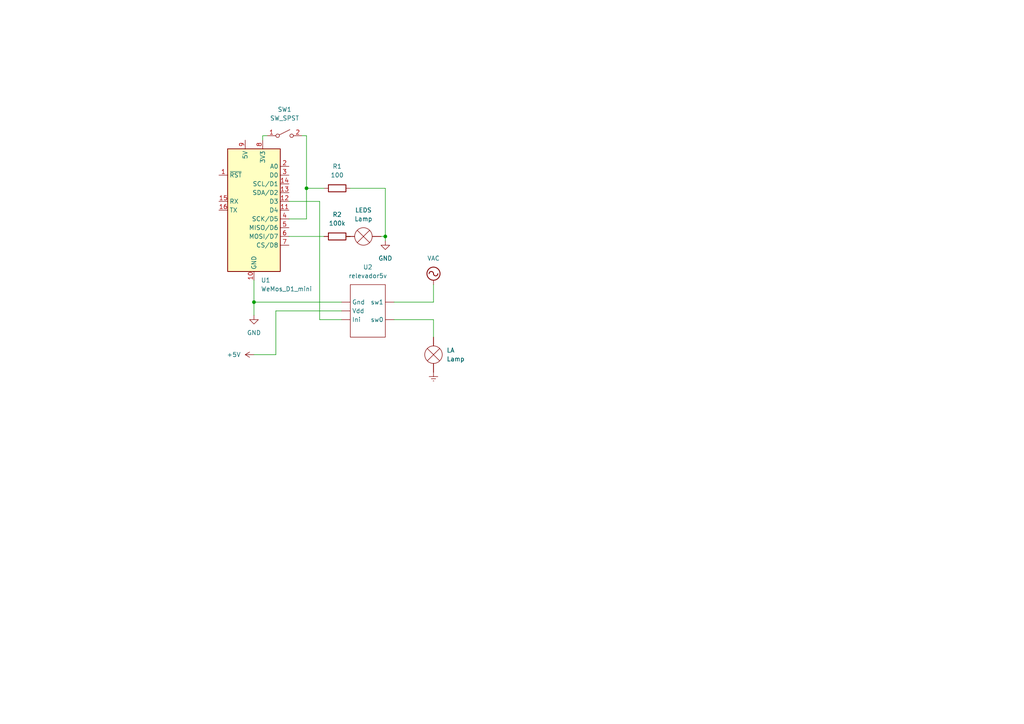
<source format=kicad_sch>
(kicad_sch (version 20211123) (generator eeschema)
  (paper "A4")
  (lib_symbols
    (symbol "Device:Lamp" (pin_numbers hide) (pin_names (offset 0.0254) hide)
      (property "Reference" "LA" (at 0.635 3.81 0))
      (property "Value" "Lamp" (at 0.635 -3.81 0))
      (symbol "Lamp_0_1"
        (polyline (pts (xy -1.778 1.778) (xy 1.778 -1.778)))
        (polyline (pts (xy 1.778 1.778) (xy -1.778 -1.778)))
        (circle (center 0 0) (radius 2.54))
      )
      (symbol "Lamp_1_1"
        (pin passive line (at 0 -5.08 90) (length 2.54) (name "-") (number "1"))
        (pin passive line (at 0 5.08 270) (length 2.54) (name "+") (number "2"))
      )
    )
    (symbol "Device:R" (pin_numbers hide) (pin_names (offset 0))
      (property "Reference" "R" (at 2.032 0 90))
      (property "Value" "R" (at 0 0 90))
      (symbol "R_0_1"
        (rectangle (start -1.016 -2.54) (end 1.016 2.54) (stroke (width 0.254)))
      )
      (symbol "R_1_1"
        (pin passive line (at 0 3.81 270) (length 1.27) (name "~") (number "1"))
        (pin passive line (at 0 -3.81 90) (length 1.27) (name "~") (number "2"))
      )
    )
    (symbol "MCU_Module:WeMos_D1_mini"
      (property "Reference" "U" (at 3.81 19.05 0))
      (property "Value" "WeMos_D1_mini" (at 1.27 -19.05 0))
      (symbol "WeMos_D1_mini_1_1"
        (rectangle (start -7.62 17.78) (end 7.62 -17.78) (stroke (width 0.254)) (fill (type background)))
        (pin input line (at -10.16 10.16 0) (length 2.54) (name "~{RST}") (number "1"))
        (pin power_in line (at 0 -20.32 90) (length 2.54) (name "GND") (number "10"))
        (pin bidirectional line (at 10.16 0 180) (length 2.54) (name "D4") (number "11"))
        (pin bidirectional line (at 10.16 2.54 180) (length 2.54) (name "D3") (number "12"))
        (pin bidirectional line (at 10.16 5.08 180) (length 2.54) (name "SDA/D2") (number "13"))
        (pin bidirectional line (at 10.16 7.62 180) (length 2.54) (name "SCL/D1") (number "14"))
        (pin input line (at -10.16 2.54 0) (length 2.54) (name "RX") (number "15"))
        (pin output line (at -10.16 0 0) (length 2.54) (name "TX") (number "16"))
        (pin input line (at 10.16 12.7 180) (length 2.54) (name "A0") (number "2"))
        (pin bidirectional line (at 10.16 10.16 180) (length 2.54) (name "D0") (number "3"))
        (pin bidirectional line (at 10.16 -2.54 180) (length 2.54) (name "SCK/D5") (number "4"))
        (pin bidirectional line (at 10.16 -5.08 180) (length 2.54) (name "MISO/D6") (number "5"))
        (pin bidirectional line (at 10.16 -7.62 180) (length 2.54) (name "MOSI/D7") (number "6"))
        (pin bidirectional line (at 10.16 -10.16 180) (length 2.54) (name "CS/D8") (number "7"))
        (pin power_out line (at 2.54 20.32 270) (length 2.54) (name "3V3") (number "8"))
        (pin power_in line (at -2.54 20.32 270) (length 2.54) (name "5V") (number "9"))
      )
    )
    (symbol "Switch:SW_SPST" (pin_names (offset 0) hide)
      (property "Reference" "SW" (at 0 3.175 0))
      (property "Value" "SW_SPST" (at 0 -2.54 0))
      (symbol "SW_SPST_0_0"
        (circle (center -2.032 0) (radius 0.508))
        (polyline (pts (xy -1.524 0.254) (xy 1.524 1.778)))
        (circle (center 2.032 0) (radius 0.508))
      )
      (symbol "SW_SPST_1_1"
        (pin passive line (at -5.08 0 0) (length 2.54) (name "A") (number "1"))
        (pin passive line (at 5.08 0 180) (length 2.54) (name "B") (number "2"))
      )
    )
    (symbol "lib:relevador5v"
      (property "Reference" "U" (at 0 0 0))
      (property "Value" "relevador5v" (at 0 -2.54 0))
      (symbol "relevador5v_0_1"
        (polyline (pts (xy 5.08 17.78) (xy -5.08 17.78) (xy -5.08 2.54) (xy 5.08 2.54) (xy 5.08 17.78)))
      )
      (symbol "relevador5v_1_1"
        (pin input line (at -7.62 12.7 0) (length 2.54) (name "Gnd") (number ""))
        (pin input line (at -7.62 7.62 0) (length 2.54) (name "Ini") (number ""))
        (pin input line (at -7.62 10.16 0) (length 2.54) (name "Vdd") (number ""))
        (pin bidirectional line (at 7.62 7.62 180) (length 2.54) (name "sw0") (number ""))
        (pin bidirectional line (at 7.62 12.7 180) (length 2.54) (name "sw1") (number ""))
      )
    )
    (symbol "power:+5V" (power) (pin_names (offset 0))
      (property "Value" "+5V" (at 0 3.556 0))
      (symbol "+5V_0_1"
        (polyline (pts (xy -0.762 1.27) (xy 0 2.54)))
        (polyline (pts (xy 0 0) (xy 0 2.54)))
        (polyline (pts (xy 0 2.54) (xy 0.762 1.27)))
      )
      (symbol "+5V_1_1"
        (pin power_in line (at 0 0 90) (length 0) hide (name "+5V") (number "1"))
      )
    )
    (symbol "power:Earth" (power) (pin_names (offset 0))
      (symbol "Earth_0_1"
        (polyline (pts (xy -0.635 -1.905) (xy 0.635 -1.905)))
        (polyline (pts (xy -0.127 -2.54) (xy 0.127 -2.54)))
        (polyline (pts (xy 0 -1.27) (xy 0 0)))
        (polyline (pts (xy 1.27 -1.27) (xy -1.27 -1.27)))
      )
      (symbol "Earth_1_1"
        (pin power_in line (at 0 0 270) (length 0) hide (name "Earth") (number "1"))
      )
    )
    (symbol "power:GND" (power) (pin_names (offset 0))
      (property "Value" "GND" (at 0 -3.81 0))
      (symbol "GND_0_1"
        (polyline (pts (xy 0 0) (xy 0 -1.27) (xy 1.27 -1.27) (xy 0 -2.54) (xy -1.27 -1.27) (xy 0 -1.27)))
      )
      (symbol "GND_1_1"
        (pin power_in line (at 0 0 270) (length 0) hide (name "GND") (number "1"))
      )
    )
    (symbol "power:VAC" (power) (pin_names (offset 0))
      (property "Value" "VAC" (at 0 6.35 0))
      (symbol "VAC_0_1"
        (polyline (pts (xy 0 0) (xy 0 1.27)))
        (arc (start 0 3.175) (mid -0.635 3.81) (end -1.27 3.175) (stroke (width 0.254)))
        (arc (start 0 3.175) (mid 0.635 2.54) (end 1.27 3.175) (stroke (width 0.254)))
        (circle (center 0 3.175) (radius 1.905) (stroke (width 0.254)))
      )
      (symbol "VAC_1_1"
        (pin power_in line (at 0 0 90) (length 0) hide (name "VAC") (number "1"))
      )
    )
    (symbol "power:VDC" (power) (pin_names (offset 0))
      (property "Value" "VDC" (at 0 6.35 0))
      (symbol "VDC_0_1"
        (polyline (pts (xy -0.762 1.27) (xy 0 2.54)))
        (polyline (pts (xy 0 0) (xy 0 2.54)))
        (polyline (pts (xy 0 2.54) (xy 0.762 1.27)))
      )
      (symbol "VDC_1_1"
        (pin power_in line (at 0 0 90) (length 0) hide (name "VDC") (number "1"))
      )
    )
  )
  (junction (at 88.9 54.61))
  (junction (at 111.76 68.58))
  (junction (at 73.66 87.63))
  (wire (pts (xy 80.01 102.87) (xy 80.01 90.17)))
  (wire (pts (xy 88.9 54.61) (xy 88.9 63.5)))
  (wire (pts (xy 101.6 54.61) (xy 111.76 54.61)))
  (wire (pts (xy 73.66 81.28) (xy 73.66 87.63)))
  (wire (pts (xy 73.66 87.63) (xy 99.06 87.63)))
  (wire (pts (xy 110.49 68.58) (xy 111.76 68.58)))
  (wire (pts (xy 88.9 54.61) (xy 93.98 54.61)))
  (wire (pts (xy 76.2 40.64) (xy 76.2 39.37)))
  (wire (pts (xy 92.71 58.42) (xy 83.82 58.42)))
  (wire (pts (xy 73.66 87.63) (xy 73.66 91.44)))
  (wire (pts (xy 111.76 68.58) (xy 111.76 69.85)))
  (wire (pts (xy 73.66 102.87) (xy 80.01 102.87)))
  (wire (pts (xy 87.63 39.37) (xy 88.9 39.37)))
  (wire (pts (xy 101.6 68.58) (xy 100.33 68.58)))
  (wire (pts (xy 83.82 68.58) (xy 93.98 68.58)))
  (wire (pts (xy 99.06 92.71) (xy 92.71 92.71)))
  (wire (pts (xy 83.82 63.5) (xy 88.9 63.5)))
  (wire (pts (xy 92.71 92.71) (xy 92.71 58.42)))
  (wire (pts (xy 114.3 87.63) (xy 125.73 87.63)))
  (wire (pts (xy 114.3 92.71) (xy 125.73 92.71)))
  (wire (pts (xy 88.9 39.37) (xy 88.9 54.61)))
  (wire (pts (xy 111.76 54.61) (xy 111.76 68.58)))
  (wire (pts (xy 80.01 90.17) (xy 99.06 90.17)))
  (wire (pts (xy 125.73 92.71) (xy 125.73 97.79)))
  (wire (pts (xy 125.73 87.63) (xy 125.73 82.55)))
  (wire (pts (xy 76.2 39.37) (xy 77.47 39.37)))
  (symbol (lib_id "power:GND") (at 111.76 69.85 0) (unit 1)
    (property "Reference" "#PWR?" (effects hide))
    (property "Value" "GND" (at 111.76 74.93 0))
  )
  (symbol (lib_id "power:VAC") (at 125.73 82.55 0) (unit 1)
    (property "Reference" "#PWR?" (effects hide))
    (property "Value" "VAC" (at 125.73 74.93 0))
  )
  (symbol (lib_id "lib:relevador5v") (at 106.68 100.33 0) (unit 1)
    (property "Reference" "U2" (at 106.68 77.47 0))
    (property "Value" "relevador5v" (at 106.68 80.01 0))
  )
  (symbol (lib_id "Device:R") (at 97.79 54.61 270) (unit 1)
    (property "Reference" "R1" (at 97.79 48.26 90))
    (property "Value" "100" (at 97.79 50.8 90))
  )
  (symbol (lib_id "Switch:SW_SPST") (at 82.55 39.37 0) (unit 1)
    (property "Reference" "SW1" (at 82.55 31.75 0))
    (property "Value" "SW_SPST" (at 82.55 34.29 0))
  )
  (symbol (lib_id "Device:Lamp") (at 125.73 102.87 0) (unit 1)
    (property "Reference" "LA" (at 129.54 101.5999 0) (effects (justify left)))
    (property "Value" "Lamp" (at 129.54 104.1399 0) (effects (justify left)))
  )
  (symbol (lib_id "Device:Lamp") (at 105.41 68.58 90) (unit 1)
    (property "Reference" "LEDS" (at 105.41 60.96 90))
    (property "Value" "Lamp" (at 105.41 63.5 90))
  )
  (symbol (lib_id "power:Earth") (at 125.73 107.95 0) (unit 1)
    (property "Reference" "#PWR?" (effects hide))
    (property "Value" "Earth" (effects hide))
  )
  (symbol (lib_id "power:VDC") (at 124.46 -34.29 0) (unit 1)
    (property "Reference" "#PWR?" (effects hide))
    (property "Value" "VDC" (at 124.46 -38.1 0))
  )
  (symbol (lib_id "Device:R") (at 97.79 68.58 90) (unit 1)
    (property "Reference" "R2" (at 97.79 62.23 90))
    (property "Value" "100k" (at 97.79 64.77 90))
  )
  (symbol (lib_id "power:+5V") (at 73.66 102.87 90) (unit 1)
    (property "Reference" "#PWR?" (effects hide))
    (property "Value" "+5V" (at 69.85 102.8699 90) (effects (justify left)))
  )
  (symbol (lib_id "power:GND") (at 73.66 91.44 0) (unit 1)
    (property "Reference" "#PWR?" (effects hide))
    (property "Value" "GND" (at 73.66 96.52 0))
  )
  (symbol (lib_id "MCU_Module:WeMos_D1_mini") (at 73.66 60.96 0) (unit 1)
    (property "Reference" "U1" (at 75.6794 81.28 0) (effects (justify left)))
    (property "Value" "WeMos_D1_mini" (at 75.6794 83.82 0) (effects (justify left)))
    (property "Footprint" "Module:WEMOS_D1_mini_light" (effects hide))
    (property "Datasheet" "https://wiki.wemos.cc/products:d1:d1_mini#documentation" (effects hide))
  )
)
</source>
